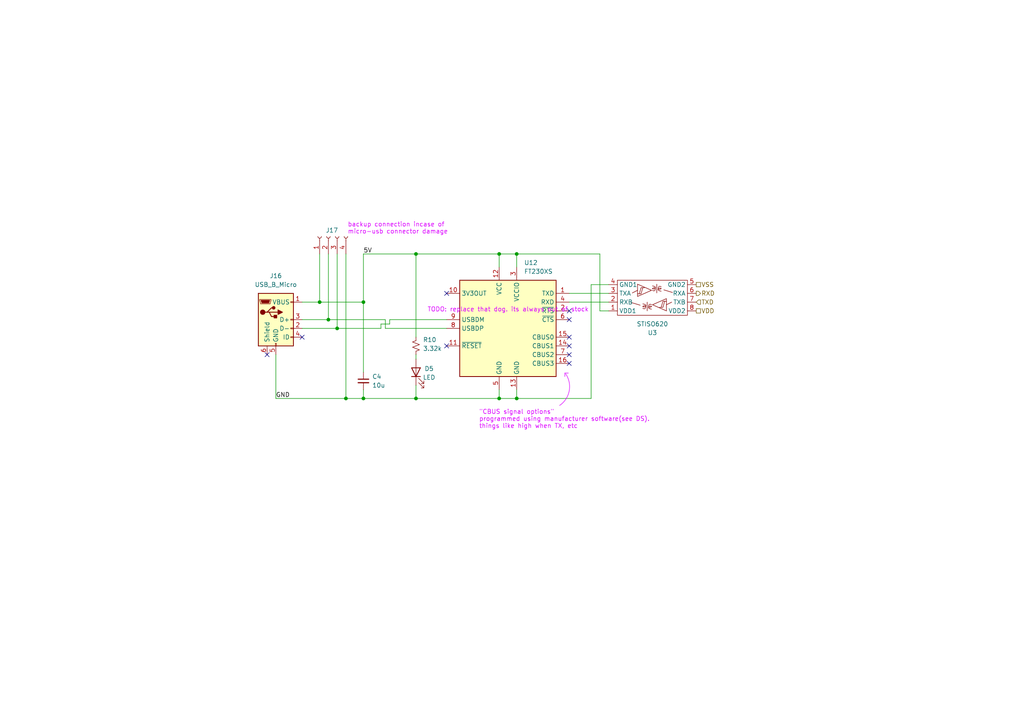
<source format=kicad_sch>
(kicad_sch (version 20250114) (generator "eeschema") (generator_version "9.0")
  (paper "A4")
  (lib_symbols
    (symbol "Connector:Conn_01x04_Socket" (pin_names (offset 1.016) (hide yes))
      (property "Reference" "J" (at 0 5.08 0))
      (property "Value" "Conn_01x04_Socket" (at 0 -7.62 0))
      (symbol "Conn_01x04_Socket_1_1"
        (polyline (pts (xy -1.27 2.54) (xy -0.508 2.54)) (stroke (width 0.1524)))
        (polyline (pts (xy -1.27 0) (xy -0.508 0)) (stroke (width 0.1524)))
        (polyline (pts (xy -1.27 -2.54) (xy -0.508 -2.54)) (stroke (width 0.1524)))
        (polyline (pts (xy -1.27 -5.08) (xy -0.508 -5.08)) (stroke (width 0.1524)))
        (arc (start 0 2.032) (mid -0.5058 2.54) (end 0 3.048) (stroke (width 0.1524)))
        (arc (start 0 -0.508) (mid -0.5058 0) (end 0 0.508) (stroke (width 0.1524)))
        (arc (start 0 -3.048) (mid -0.5058 -2.54) (end 0 -2.032) (stroke (width 0.1524)))
        (arc (start 0 -5.588) (mid -0.5058 -5.08) (end 0 -4.572) (stroke (width 0.1524)))
        (pin passive line (at -5.08 2.54 0) (length 3.81) (name "Pin_1") (number "1"))
        (pin passive line (at -5.08 0 0) (length 3.81) (name "Pin_2") (number "2"))
        (pin passive line (at -5.08 -2.54 0) (length 3.81) (name "Pin_3") (number "3"))
        (pin passive line (at -5.08 -5.08 0) (length 3.81) (name "Pin_4") (number "4"))
      )
    )
    (symbol "Connector:USB_B_Micro" (pin_names (offset 1.016))
      (property "Reference" "J" (at -5.08 11.43 0))
      (property "Value" "USB_B_Micro" (at -5.08 8.89 0))
      (symbol "USB_B_Micro_0_1"
        (rectangle (start -5.08 -7.62) (end 5.08 7.62) (stroke (width 0.254)) (fill (type background)))
        (polyline (pts (xy -4.699 5.842) (xy -4.699 5.588) (xy -4.445 4.826) (xy -4.445 4.572) (xy -1.651 4.572) (xy -1.651 4.826) (xy -1.397 5.588) (xy -1.397 5.842) (xy -4.699 5.842)))
        (polyline (pts (xy -4.318 5.588) (xy -1.778 5.588) (xy -2.032 4.826) (xy -4.064 4.826) (xy -4.318 5.588)) (fill (type outline)))
        (circle (center -3.81 2.159) (radius 0.635) (stroke (width 0.254)) (fill (type outline)))
        (polyline (pts (xy -3.175 2.159) (xy -2.54 2.159) (xy -1.27 3.429) (xy -0.635 3.429)) (stroke (width 0.254)))
        (polyline (pts (xy -2.54 2.159) (xy -1.905 2.159) (xy -1.27 0.889) (xy 0 0.889)) (stroke (width 0.254)))
        (polyline (pts (xy -1.905 2.159) (xy 0.635 2.159)) (stroke (width 0.254)))
        (circle (center -0.635 3.429) (radius 0.381) (stroke (width 0.254)) (fill (type outline)))
        (rectangle (start -0.127 -7.62) (end 0.127 -6.858))
        (rectangle (start 0.254 1.27) (end -0.508 0.508) (stroke (width 0.254)) (fill (type outline)))
        (polyline (pts (xy 0.635 2.794) (xy 0.635 1.524) (xy 1.905 2.159) (xy 0.635 2.794)) (stroke (width 0.254)) (fill (type outline)))
        (rectangle (start 5.08 4.953) (end 4.318 5.207))
        (rectangle (start 5.08 -0.127) (end 4.318 0.127))
        (rectangle (start 5.08 -2.667) (end 4.318 -2.413))
        (rectangle (start 5.08 -5.207) (end 4.318 -4.953))
      )
      (symbol "USB_B_Micro_1_1"
        (pin passive line (at -2.54 -10.16 90) (length 2.54) (name "Shield") (number "6"))
        (pin power_out line (at 0 -10.16 90) (length 2.54) (name "GND") (number "5"))
        (pin power_out line (at 7.62 5.08 180) (length 2.54) (name "VBUS") (number "1"))
        (pin bidirectional line (at 7.62 0 180) (length 2.54) (name "D+") (number "3"))
        (pin bidirectional line (at 7.62 -2.54 180) (length 2.54) (name "D-") (number "2"))
        (pin passive line (at 7.62 -5.08 180) (length 2.54) (name "ID") (number "4"))
      )
    )
    (symbol "Device:C_Small" (pin_numbers (hide yes)) (pin_names (offset 0.254) (hide yes))
      (property "Reference" "C" (at 0.254 1.778 0))
      (property "Value" "C_Small" (at 0.254 -2.032 0))
      (symbol "C_Small_0_1"
        (polyline (pts (xy -1.524 0.508) (xy 1.524 0.508)) (stroke (width 0.3048)))
        (polyline (pts (xy -1.524 -0.508) (xy 1.524 -0.508)) (stroke (width 0.3302)))
      )
      (symbol "C_Small_1_1"
        (pin passive line (at 0 2.54 270) (length 2.032) (name "~") (number "1"))
        (pin passive line (at 0 -2.54 90) (length 2.032) (name "~") (number "2"))
      )
    )
    (symbol "Device:LED" (pin_numbers (hide yes)) (pin_names (offset 1.016) (hide yes))
      (property "Reference" "D" (at 0 2.54 0))
      (property "Value" "LED" (at 0 -2.54 0))
      (symbol "LED_0_1"
        (polyline (pts (xy -3.048 -0.762) (xy -4.572 -2.286) (xy -3.81 -2.286) (xy -4.572 -2.286) (xy -4.572 -1.524)))
        (polyline (pts (xy -1.778 -0.762) (xy -3.302 -2.286) (xy -2.54 -2.286) (xy -3.302 -2.286) (xy -3.302 -1.524)))
        (polyline (pts (xy -1.27 0) (xy 1.27 0)))
        (polyline (pts (xy -1.27 -1.27) (xy -1.27 1.27)) (stroke (width 0.254)))
        (polyline (pts (xy 1.27 -1.27) (xy 1.27 1.27) (xy -1.27 0) (xy 1.27 -1.27)) (stroke (width 0.254)))
      )
      (symbol "LED_1_1"
        (pin passive line (at -3.81 0 0) (length 2.54) (name "K") (number "1"))
        (pin passive line (at 3.81 0 180) (length 2.54) (name "A") (number "2"))
      )
    )
    (symbol "Device:R_Small_US" (pin_numbers (hide yes)) (pin_names (offset 0.254) (hide yes))
      (property "Reference" "R" (at 0.762 0.508 0))
      (property "Value" "R_Small_US" (at 0.762 -1.016 0))
      (symbol "R_Small_US_1_1"
        (polyline (pts (xy 0 1.524) (xy 1.016 1.143) (xy 0 0.762) (xy -1.016 0.381) (xy 0 0)))
        (polyline (pts (xy 0 0) (xy 1.016 -0.381) (xy 0 -0.762) (xy -1.016 -1.143) (xy 0 -1.524)))
        (pin passive line (at 0 2.54 270) (length 1.016) (name "~") (number "1"))
        (pin passive line (at 0 -2.54 90) (length 1.016) (name "~") (number "2"))
      )
    )
    (symbol "Interface_USB:FT230XS"
      (property "Reference" "U" (at -13.97 15.24 0))
      (property "Value" "FT230XS" (at 7.62 15.24 0))
      (symbol "FT230XS_0_1"
        (rectangle (start -13.97 13.97) (end 13.97 -13.97) (stroke (width 0.254)) (fill (type background)))
      )
      (symbol "FT230XS_1_1"
        (pin power_out line (at -17.78 10.16 0) (length 3.81) (name "3V3OUT") (number "10"))
        (pin bidirectional line (at -17.78 2.54 0) (length 3.81) (name "USBDM") (number "9"))
        (pin bidirectional line (at -17.78 0 0) (length 3.81) (name "USBDP") (number "8"))
        (pin input line (at -17.78 -5.08 0) (length 3.81) (name "~{RESET}") (number "11"))
        (pin power_in line (at -2.54 17.78 270) (length 3.81) (name "VCC") (number "12"))
        (pin power_in line (at -2.54 -17.78 90) (length 3.81) (name "GND") (number "5"))
        (pin power_in line (at 2.54 17.78 270) (length 3.81) (name "VCCIO") (number "3"))
        (pin power_in line (at 2.54 -17.78 90) (length 3.81) (name "GND") (number "13"))
        (pin output line (at 17.78 10.16 180) (length 3.81) (name "TXD") (number "1"))
        (pin input line (at 17.78 7.62 180) (length 3.81) (name "RXD") (number "4"))
        (pin output line (at 17.78 5.08 180) (length 3.81) (name "~{RTS}") (number "2"))
        (pin input line (at 17.78 2.54 180) (length 3.81) (name "~{CTS}") (number "6"))
        (pin bidirectional line (at 17.78 -2.54 180) (length 3.81) (name "CBUS0") (number "15"))
        (pin bidirectional line (at 17.78 -5.08 180) (length 3.81) (name "CBUS1") (number "14"))
        (pin bidirectional line (at 17.78 -7.62 180) (length 3.81) (name "CBUS2") (number "7"))
        (pin bidirectional line (at 17.78 -10.16 180) (length 3.81) (name "CBUS3") (number "16"))
      )
    )
    (symbol "zzLocalLibrary:STISO621"
      (property "Reference" "U" (at -0.254 6.35 0))
      (property "Value" "STISO620" (at 0 0 0))
      (symbol "STISO621_0_1"
        (rectangle (start -10.16 5.08) (end 10.16 -5.08))
        (polyline (pts (xy -5.842 -1.397) (xy -4.318 -2.159)))
        (polyline (pts (xy -4.318 -3.937) (xy -4.318 -0.381) (xy -0.254 -2.159) (xy -4.318 -3.937)))
        (polyline (pts (xy -4.064 -1.143) (xy -3.302 -1.143) (xy -2.794 -2.921) (xy -2.286 -2.921) (xy -3.302 -2.921) (xy -3.81 -1.143) (xy -4.318 -1.143)))
        (polyline (pts (xy -3.556 2.159) (xy -6.096 1.397)))
        (bezier (pts (xy -2.794 2.54) (xy -1.524 1.524) (xy -1.778 3.81) (xy -2.794 3.048)))
        (bezier (pts (xy -2.794 1.778) (xy -1.016 2.032) (xy -2.286 3.048) (xy -2.794 2.54)))
        (polyline (pts (xy -1.524 3.81) (xy -1.524 1.27)))
        (bezier (pts (xy -0.254 3.302) (xy -2.032 3.048) (xy -0.762 2.032) (xy -0.254 2.54)))
        (bezier (pts (xy -0.254 2.54) (xy -1.524 3.556) (xy -1.27 1.27) (xy -0.254 2.032)))
        (bezier (pts (xy 0 -2.667) (xy 1.27 -3.683) (xy 1.016 -1.397) (xy 0 -2.159)))
        (bezier (pts (xy 0 -3.429) (xy 1.778 -3.175) (xy 0.508 -2.159) (xy 0 -2.667)))
        (polyline (pts (xy 1.27 -3.937) (xy 1.27 -1.397)))
        (bezier (pts (xy 2.54 -1.905) (xy 0.762 -2.159) (xy 2.032 -3.175) (xy 2.54 -2.667)))
        (bezier (pts (xy 2.54 -2.667) (xy 1.27 -1.651) (xy 1.524 -3.937) (xy 2.54 -3.175)))
        (polyline (pts (xy 3.302 -2.286) (xy 5.842 -1.524)))
        (polyline (pts (xy 3.81 1.016) (xy 3.048 1.016) (xy 2.54 2.794) (xy 2.032 2.794) (xy 3.048 2.794) (xy 3.556 1.016) (xy 4.064 1.016)))
        (polyline (pts (xy 4.064 3.81) (xy 4.064 0.254) (xy 0 2.032) (xy 4.064 3.81)))
        (polyline (pts (xy 5.588 1.27) (xy 4.064 2.032)))
      )
      (symbol "STISO621_1_1"
        (pin input line (at -12.7 3.81 0) (length 2.54) (name "VDD1") (number "1"))
        (pin input line (at -12.7 1.27 0) (length 2.54) (name "RXB") (number "2"))
        (pin input line (at -12.7 -1.27 0) (length 2.54) (name "TXA") (number "3"))
        (pin input line (at -12.7 -3.81 0) (length 2.54) (name "GND1") (number "4"))
        (pin input line (at 12.7 3.81 180) (length 2.54) (name "VDD2") (number "8"))
        (pin input line (at 12.7 1.27 180) (length 2.54) (name "TXB") (number "7"))
        (pin input line (at 12.7 -1.27 180) (length 2.54) (name "RXA") (number "6"))
        (pin input line (at 12.7 -3.81 180) (length 2.54) (name "GND2") (number "5"))
      )
    )
  )
  (arc (start 164.084 108.458) (mid 165.0887 113.3982) (end 162.306 117.602) (stroke (width 0) (color 218 0 255 1)))
  (text "TODO: replace that dog. its always out of stock" (at 123.952 89.154 0) (effects (font (size 1.27 1.27)) (justify left top)))
  (text "\"CBUS signal options\"\nprogrammed using manufacturer software(see DS).\nthings like high when TX, etc\n" (at 138.938 118.872 0) (effects (font (size 1.27 1.27)) (justify left top)))
  (text "backup connection incase of \nmicro-usb connector damage" (at 100.838 64.516 0) (effects (font (size 1.27 1.27)) (justify left top)))
  (junction (at 92.71 87.63))
  (junction (at 105.41 115.57))
  (junction (at 100.33 115.57))
  (junction (at 144.78 73.66))
  (junction (at 120.65 115.57))
  (junction (at 95.25 92.71))
  (junction (at 144.78 115.57))
  (junction (at 149.86 115.57))
  (junction (at 105.41 87.63))
  (junction (at 120.65 73.66))
  (junction (at 149.86 73.66))
  (junction (at 97.79 95.25))
  (no_connect (at 129.54 85.09))
  (no_connect (at 129.54 100.33))
  (no_connect (at 165.1 90.17))
  (no_connect (at 165.1 97.79))
  (no_connect (at 165.1 102.87))
  (no_connect (at 165.1 105.41))
  (no_connect (at 87.63 97.79))
  (no_connect (at 165.1 100.33))
  (no_connect (at 165.1 92.71))
  (no_connect (at 77.47 102.87))
  (wire (pts (xy 120.65 73.66) (xy 120.65 97.79)))
  (wire (pts (xy 80.01 115.57) (xy 100.33 115.57)))
  (wire (pts (xy 95.25 92.71) (xy 111.76 92.71)))
  (wire (pts (xy 120.65 102.87) (xy 120.65 104.14)))
  (wire (pts (xy 120.65 115.57) (xy 144.78 115.57)))
  (wire (pts (xy 105.41 87.63) (xy 105.41 107.95)))
  (wire (pts (xy 111.76 92.71) (xy 111.76 95.25)))
  (wire (pts (xy 100.33 115.57) (xy 105.41 115.57)))
  (wire (pts (xy 113.03 92.71) (xy 129.54 92.71)))
  (wire (pts (xy 87.63 92.71) (xy 95.25 92.71)))
  (wire (pts (xy 95.25 73.66) (xy 95.25 92.71)))
  (wire (pts (xy 144.78 115.57) (xy 149.86 115.57)))
  (wire (pts (xy 110.49 93.98) (xy 113.03 93.98)))
  (wire (pts (xy 92.71 87.63) (xy 105.41 87.63)))
  (wire (pts (xy 105.41 73.66) (xy 105.41 87.63)))
  (wire (pts (xy 105.41 113.03) (xy 105.41 115.57)))
  (polyline (pts (xy 163.83 108.204) (xy 164.846 108.204)) (stroke (width 0) (color 218 0 255 1)))
  (wire (pts (xy 149.86 115.57) (xy 149.86 113.03)))
  (wire (pts (xy 165.1 85.09) (xy 176.53 85.09)))
  (wire (pts (xy 120.65 73.66) (xy 144.78 73.66)))
  (wire (pts (xy 110.49 95.25) (xy 110.49 93.98)))
  (wire (pts (xy 92.71 73.66) (xy 92.71 87.63)))
  (wire (pts (xy 100.33 73.66) (xy 100.33 115.57)))
  (wire (pts (xy 176.53 90.17) (xy 173.99 90.17)))
  (wire (pts (xy 144.78 113.03) (xy 144.78 115.57)))
  (wire (pts (xy 173.99 90.17) (xy 173.99 73.66)))
  (wire (pts (xy 80.01 102.87) (xy 80.01 115.57)))
  (wire (pts (xy 120.65 111.76) (xy 120.65 115.57)))
  (wire (pts (xy 144.78 73.66) (xy 144.78 77.47)))
  (polyline (pts (xy 163.83 108.204) (xy 163.83 109.22)) (stroke (width 0) (color 218 0 255 1)))
  (wire (pts (xy 171.45 82.55) (xy 171.45 115.57)))
  (wire (pts (xy 149.86 73.66) (xy 144.78 73.66)))
  (wire (pts (xy 176.53 82.55) (xy 171.45 82.55)))
  (wire (pts (xy 165.1 87.63) (xy 176.53 87.63)))
  (wire (pts (xy 149.86 73.66) (xy 173.99 73.66)))
  (wire (pts (xy 87.63 87.63) (xy 92.71 87.63)))
  (wire (pts (xy 97.79 73.66) (xy 97.79 95.25)))
  (wire (pts (xy 149.86 73.66) (xy 149.86 77.47)))
  (wire (pts (xy 87.63 95.25) (xy 97.79 95.25)))
  (wire (pts (xy 105.41 115.57) (xy 120.65 115.57)))
  (wire (pts (xy 111.76 95.25) (xy 129.54 95.25)))
  (wire (pts (xy 105.41 73.66) (xy 120.65 73.66)))
  (wire (pts (xy 113.03 92.71) (xy 113.03 93.98)))
  (wire (pts (xy 149.86 115.57) (xy 171.45 115.57)))
  (wire (pts (xy 97.79 95.25) (xy 110.49 95.25)))
  (label "GND" (at 80.01 115.57 0))
  (label "5V" (at 105.41 73.66 0))
  (hierarchical_label "RXD" (shape output) (at 201.93 85.09 0))
  (hierarchical_label "VSS" (shape passive) (at 201.93 82.55 0))
  (hierarchical_label "VDD" (shape passive) (at 201.93 90.17 0))
  (hierarchical_label "TXD" (shape input) (at 201.93 87.63 0))
  (symbol (lib_id "Connector:USB_B_Micro") (at 80.01 92.71 0) (unit 1)
    (property "Reference" "J16" (at 80.01 80.01 0))
    (property "Value" "USB_B_Micro" (at 80.01 82.55 0))
    (property "Footprint" "Connector_USB:USB_Micro-B_Amphenol_10118194-0001LF_Horizontal" (effects (hide yes)))
    (property "Description" "USB Micro Type B connector" (effects (hide yes)))
    (property "mouser" "https://www.mouser.com/ProductDetail/Amphenol-FCI/10118194-0001LF?qs=Ywefl8B65e4FIdY8OWfRQA%3D%3D" (effects (hide yes)))
    (property "specs" "1GOhm isolation allegedly" (effects (hide yes)))
    (property "unit x10" "0.363" (effects (hide yes)))
  )
  (symbol (lib_id "Connector:Conn_01x04_Socket") (at 95.25 68.58 90) (unit 1)
    (property "Reference" "J17" (at 96.266 66.802 90))
    (property "Value" "Conn_01x04_Socket" (effects (hide yes)))
    (property "Footprint" "Connector_PinHeader_2.54mm:PinHeader_1x04_P2.54mm_Vertical" (effects (hide yes)))
    (property "Description" "Generic connector, single row, 01x04, script generated" (effects (hide yes)))
  )
  (symbol (lib_id "Device:R_Small_US") (at 120.65 100.33 0) (mirror x) (unit 1)
    (property "Reference" "R10" (at 122.682 98.552 0) (effects (justify left)))
    (property "Value" "3.32k" (at 122.682 101.092 0) (effects (justify left)))
    (property "Footprint" "Resistor_SMD:R_0805_2012Metric_Pad1.20x1.40mm_HandSolder" (effects (hide yes)))
    (property "Description" "Resistor, US symbol" (effects (hide yes)))
    (property "mouser" "https://www.mouser.com/ProductDetail/Walsin/WR08X3321FTL?qs=sGAEpiMZZMvdGkrng054twKDKoBh%252BscnhzVUopLjNIsmzZlnTa4U1w%3D%3D" (effects (hide yes)))
    (property "specs" "3.32kOhm, 1%, 150V, 125mW, 100ppm, -55C, 155C" (effects (hide yes)))
    (property "unit x1" "0.10" (effects (hide yes)))
    (property "unit x10" "0.019" (effects (hide yes)))
  )
  (symbol (lib_id "zzLocalLibrary:STISO621") (at 189.23 86.36 0) (mirror x) (unit 1)
    (property "Reference" "U3" (at 189.23 96.52 0))
    (property "Value" "STISO620" (at 189.23 93.98 0))
    (property "Footprint" "Package_SO:SOIC-8_7.5x5.85mm_P1.27mm" (effects (hide yes)))
    (property "mouser" "https://www.mouser.com/ProductDetail/STMicroelectronics/STISO621WTR?qs=DPoM0jnrROWnssw71EEUdg%3D%3D&srsltid=AfmBOooWor0VJktvanGRLm62GGRvBwRvNg6pgl64oBHJnTIBJyGQPB71" (effects (hide yes)))
    (property "specs" "galvanic isolation, 1.2kVDC working, 2 unidir chan, 100Mb/s, -40C, +125C" (effects (hide yes)))
    (property "unit x10" "2.22" (effects (hide yes)))
    (property "unit x1" "3.4" (effects (hide yes)))
  )
  (symbol (lib_id "Device:LED") (at 120.65 107.95 90) (unit 1)
    (property "Reference" "D5" (at 124.46 106.934 90))
    (property "Value" "LED" (at 124.46 109.474 90))
    (property "Footprint" "LED_SMD:LED_0603_1608Metric" (effects (hide yes)))
    (property "Description" "Amber LED, 5mA, 1.9Vf, 5Vr, 75mW" (effects (hide yes)))
    (property "Sim.Pins" "1=K 2=A" (effects (hide yes)))
    (property "mouser" "https://www.mouser.com/ProductDetail/Inolux/IN-S63AT5A?qs=sGAEpiMZZMusoohG2hS%252B168PbK3Wnfgfrs6xlVjjR%2FyR990S%252B53E4A%3D%3D" (effects (hide yes)))
    (property "specs" "amber, 5mA, 1.9V, 75mW, -40C, +85C" (effects (hide yes)))
    (property "unit x10" "0.118" (effects (hide yes)))
  )
  (symbol (lib_id "Device:C_Small") (at 105.41 110.49 0) (unit 1)
    (property "Reference" "C4" (at 107.95 109.2262 0) (effects (justify left)))
    (property "Value" "10u" (at 107.95 111.7662 0) (effects (justify left)))
    (property "Footprint" "Capacitor_SMD:C_1206_3216Metric_Pad1.33x1.80mm_HandSolder" (effects (hide yes)))
    (property "Description" "50Vdc, 10%, +125C" (effects (hide yes)))
    (property "mouser" "https://www.mouser.com/ProductDetail/Samsung-Electro-Mechanics/CL31A106KBHNNNE?qs=sGAEpiMZZMsh%252B1woXyUXjxqcB7t9naYpzWmpMbMJIKQ%3D" (effects (hide yes)))
    (property "specs" "10uF, 50VDC, X5R, 10%, -55C, +85C" (effects (hide yes)))
    (property "unit x10" "0.07" (effects (hide yes)))
  )
  (symbol (lib_id "Interface_USB:FT230XS") (at 147.32 95.25 0) (unit 1)
    (property "Reference" "U12" (at 152.0033 76.2 0) (effects (justify left)))
    (property "Value" "FT230XS" (at 152.0033 78.74 0) (effects (justify left)))
    (property "Footprint" "Package_SO:SSOP-16_3.9x4.9mm_P0.635mm" (effects (hide yes)))
    (property "Datasheet" "https://ftdichip.com/wp-content/uploads/2021/10/DS_FT230X.pdf" (effects (hide yes)))
    (property "Description" "Full Speed USB to Basic UART, SSOP-16" (effects (hide yes)))
    (property "mouser" "https://www.mouser.com/ProductDetail/FTDI/FT230XS-U?qs=Gp1Yz1mis3UZolxbXux7lw%3D%3D" (effects (hide yes)))
    (property "specs" "USB x UART bridge, 1 chan" (effects (hide yes)))
    (property "note" "https://www.eevblog.com/forum/reviews/alternatives-to-ftdi-usb-to-uart-converter/" (effects (hide yes)))
  )
)
</source>
